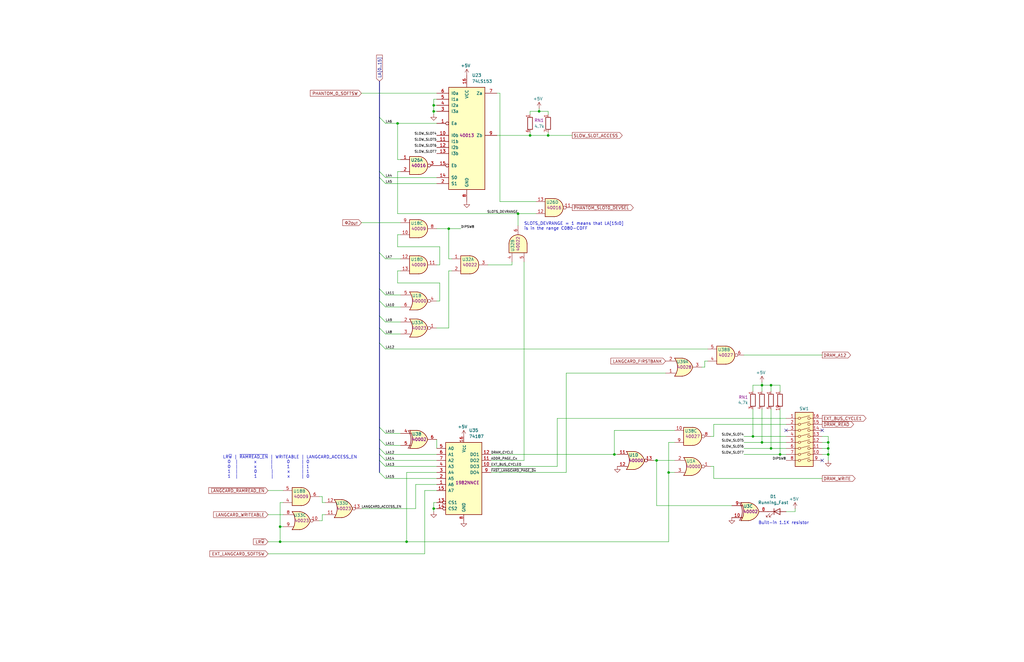
<source format=kicad_sch>
(kicad_sch (version 20231120) (generator "eeschema") (generator_version "8.0")
  (paper "USLedger")
  (title_block (title "Saturn Systems Accelerator II") (date "2025-03-04") (comment 2 "captured by Mark Aikens") (comment 3 "by Saturn Systems") (comment 4 "Accelerator card for Apple II/II+ computers"))
  (lib_symbols
    (symbol "74xx:74LS00" (pin_names (offset 1.016))
      (property "Reference" "U" (at 0 1.27 0))
      (property "Value" "74LS00" (at 0 -1.27 0))
      (symbol "74LS00_1_1"
        (pin input line (at -7.62 2.54 0) (length 3.81) (name "~") (number "1"))
        (pin input line (at -7.62 -2.54 0) (length 3.81) (name "~") (number "2"))
        (pin output inverted (at 7.62 0 180) (length 3.81) (name "~") (number "3"))
      )
      (symbol "74LS00_1_2"
        (pin input inverted (at -7.62 2.54 0) (length 4.318) (name "~") (number "1"))
        (pin input inverted (at -7.62 -2.54 0) (length 4.318) (name "~") (number "2"))
        (pin output line (at 7.62 0 180) (length 3.81) (name "~") (number "3"))
      )
      (symbol "74LS00_2_1"
        (pin input line (at -7.62 2.54 0) (length 3.81) (name "~") (number "4"))
        (pin input line (at -7.62 -2.54 0) (length 3.81) (name "~") (number "5"))
        (pin output inverted (at 7.62 0 180) (length 3.81) (name "~") (number "6"))
      )
      (symbol "74LS00_2_2"
        (pin input inverted (at -7.62 2.54 0) (length 4.318) (name "~") (number "4"))
        (pin input inverted (at -7.62 -2.54 0) (length 4.318) (name "~") (number "5"))
        (pin output line (at 7.62 0 180) (length 3.81) (name "~") (number "6"))
      )
      (symbol "74LS00_3_1"
        (pin input line (at -7.62 -2.54 0) (length 3.81) (name "~") (number "10"))
        (pin output inverted (at 7.62 0 180) (length 3.81) (name "~") (number "8"))
        (pin input line (at -7.62 2.54 0) (length 3.81) (name "~") (number "9"))
      )
      (symbol "74LS00_3_2"
        (pin input inverted (at -7.62 -2.54 0) (length 4.318) (name "~") (number "10"))
        (pin output line (at 7.62 0 180) (length 3.81) (name "~") (number "8"))
        (pin input inverted (at -7.62 2.54 0) (length 4.318) (name "~") (number "9"))
      )
      (symbol "74LS00_4_1"
        (pin output inverted (at 7.62 0 180) (length 3.81) (name "~") (number "11"))
        (pin input line (at -7.62 2.54 0) (length 3.81) (name "~") (number "12"))
        (pin input line (at -7.62 -2.54 0) (length 3.81) (name "~") (number "13"))
      )
      (symbol "74LS00_4_2"
        (pin output line (at 7.62 0 180) (length 3.81) (name "~") (number "11"))
        (pin input inverted (at -7.62 2.54 0) (length 4.318) (name "~") (number "12"))
        (pin input inverted (at -7.62 -2.54 0) (length 4.318) (name "~") (number "13"))
      )
      (symbol "74LS00_5_0"
        (pin power_in line (at 0 12.7 270) (length 5.08) (name "VCC") (number "14"))
        (pin power_in line (at 0 -12.7 90) (length 5.08) (name "GND") (number "7"))
      )
    )
    (symbol "74xx:74LS02" (pin_names (offset 1.016))
      (property "Reference" "U" (at 0 1.27 0))
      (property "Value" "74LS02" (at 0 -1.27 0))
      (symbol "74LS02_1_1"
        (pin output inverted (at 7.62 0 180) (length 3.81) (name "~") (number "1"))
        (pin input line (at -7.62 2.54 0) (length 4.318) (name "~") (number "2"))
        (pin input line (at -7.62 -2.54 0) (length 4.318) (name "~") (number "3"))
      )
      (symbol "74LS02_1_2"
        (pin output line (at 7.62 0 180) (length 3.81) (name "~") (number "1"))
        (pin input inverted (at -7.62 2.54 0) (length 3.81) (name "~") (number "2"))
        (pin input inverted (at -7.62 -2.54 0) (length 3.81) (name "~") (number "3"))
      )
      (symbol "74LS02_2_1"
        (pin output inverted (at 7.62 0 180) (length 3.81) (name "~") (number "4"))
        (pin input line (at -7.62 2.54 0) (length 4.318) (name "~") (number "5"))
        (pin input line (at -7.62 -2.54 0) (length 4.318) (name "~") (number "6"))
      )
      (symbol "74LS02_2_2"
        (pin output line (at 7.62 0 180) (length 3.81) (name "~") (number "4"))
        (pin input inverted (at -7.62 2.54 0) (length 3.81) (name "~") (number "5"))
        (pin input inverted (at -7.62 -2.54 0) (length 3.81) (name "~") (number "6"))
      )
      (symbol "74LS02_3_1"
        (pin output inverted (at 7.62 0 180) (length 3.81) (name "~") (number "10"))
        (pin input line (at -7.62 2.54 0) (length 4.318) (name "~") (number "8"))
        (pin input line (at -7.62 -2.54 0) (length 4.318) (name "~") (number "9"))
      )
      (symbol "74LS02_3_2"
        (pin output line (at 7.62 0 180) (length 3.81) (name "~") (number "10"))
        (pin input inverted (at -7.62 2.54 0) (length 3.81) (name "~") (number "8"))
        (pin input inverted (at -7.62 -2.54 0) (length 3.81) (name "~") (number "9"))
      )
      (symbol "74LS02_4_1"
        (pin input line (at -7.62 2.54 0) (length 4.318) (name "~") (number "11"))
        (pin input line (at -7.62 -2.54 0) (length 4.318) (name "~") (number "12"))
        (pin output inverted (at 7.62 0 180) (length 3.81) (name "~") (number "13"))
      )
      (symbol "74LS02_4_2"
        (pin input inverted (at -7.62 2.54 0) (length 3.81) (name "~") (number "11"))
        (pin input inverted (at -7.62 -2.54 0) (length 3.81) (name "~") (number "12"))
        (pin output line (at 7.62 0 180) (length 3.81) (name "~") (number "13"))
      )
      (symbol "74LS02_5_0"
        (pin power_in line (at 0 12.7 270) (length 5.08) (name "VCC") (number "14"))
        (pin power_in line (at 0 -12.7 90) (length 5.08) (name "GND") (number "7"))
      )
    )
    (symbol "74xx:74LS08" (pin_names (offset 1.016))
      (property "Reference" "U" (at 0 1.27 0))
      (property "Value" "74LS08" (at 0 -1.27 0))
      (symbol "74LS08_1_1"
        (pin input line (at -7.62 2.54 0) (length 3.81) (name "~") (number "1"))
        (pin input line (at -7.62 -2.54 0) (length 3.81) (name "~") (number "2"))
        (pin output line (at 7.62 0 180) (length 3.81) (name "~") (number "3"))
      )
      (symbol "74LS08_1_2"
        (pin input inverted (at -7.62 2.54 0) (length 4.318) (name "~") (number "1"))
        (pin input inverted (at -7.62 -2.54 0) (length 4.318) (name "~") (number "2"))
        (pin output inverted (at 7.62 0 180) (length 3.81) (name "~") (number "3"))
      )
      (symbol "74LS08_2_1"
        (pin input line (at -7.62 2.54 0) (length 3.81) (name "~") (number "4"))
        (pin input line (at -7.62 -2.54 0) (length 3.81) (name "~") (number "5"))
        (pin output line (at 7.62 0 180) (length 3.81) (name "~") (number "6"))
      )
      (symbol "74LS08_2_2"
        (pin input inverted (at -7.62 2.54 0) (length 4.318) (name "~") (number "4"))
        (pin input inverted (at -7.62 -2.54 0) (length 4.318) (name "~") (number "5"))
        (pin output inverted (at 7.62 0 180) (length 3.81) (name "~") (number "6"))
      )
      (symbol "74LS08_3_1"
        (pin input line (at -7.62 -2.54 0) (length 3.81) (name "~") (number "10"))
        (pin output line (at 7.62 0 180) (length 3.81) (name "~") (number "8"))
        (pin input line (at -7.62 2.54 0) (length 3.81) (name "~") (number "9"))
      )
      (symbol "74LS08_3_2"
        (pin input inverted (at -7.62 -2.54 0) (length 4.318) (name "~") (number "10"))
        (pin output inverted (at 7.62 0 180) (length 3.81) (name "~") (number "8"))
        (pin input inverted (at -7.62 2.54 0) (length 4.318) (name "~") (number "9"))
      )
      (symbol "74LS08_4_1"
        (pin output line (at 7.62 0 180) (length 3.81) (name "~") (number "11"))
        (pin input line (at -7.62 2.54 0) (length 3.81) (name "~") (number "12"))
        (pin input line (at -7.62 -2.54 0) (length 3.81) (name "~") (number "13"))
      )
      (symbol "74LS08_4_2"
        (pin output inverted (at 7.62 0 180) (length 3.81) (name "~") (number "11"))
        (pin input inverted (at -7.62 2.54 0) (length 4.318) (name "~") (number "12"))
        (pin input inverted (at -7.62 -2.54 0) (length 4.318) (name "~") (number "13"))
      )
      (symbol "74LS08_5_0"
        (pin power_in line (at 0 12.7 270) (length 5.08) (name "VCC") (number "14"))
        (pin power_in line (at 0 -12.7 90) (length 5.08) (name "GND") (number "7"))
      )
    )
    (symbol "74xx:74LS153" (pin_names (offset 1.016))
      (property "Reference" "U" (at -7.62 21.59 0))
      (property "Value" "74LS153" (at -7.62 -24.13 0))
      (symbol "74LS153_1_0"
        (pin input inverted (at -12.7 5.08 0) (length 5.08) (name "Ea") (number "1"))
        (pin input line (at -12.7 0 0) (length 5.08) (name "I0b") (number "10"))
        (pin input line (at -12.7 -2.54 0) (length 5.08) (name "I1b") (number "11"))
        (pin input line (at -12.7 -5.08 0) (length 5.08) (name "I2b") (number "12"))
        (pin input line (at -12.7 -7.62 0) (length 5.08) (name "I3b") (number "13"))
        (pin input line (at -12.7 -17.78 0) (length 5.08) (name "S0") (number "14"))
        (pin input inverted (at -12.7 -12.7 0) (length 5.08) (name "Eb") (number "15"))
        (pin power_in line (at 0 25.4 270) (length 5.08) (name "VCC") (number "16"))
        (pin input line (at -12.7 -20.32 0) (length 5.08) (name "S1") (number "2"))
        (pin input line (at -12.7 10.16 0) (length 5.08) (name "I3a") (number "3"))
        (pin input line (at -12.7 12.7 0) (length 5.08) (name "I2a") (number "4"))
        (pin input line (at -12.7 15.24 0) (length 5.08) (name "I1a") (number "5"))
        (pin input line (at -12.7 17.78 0) (length 5.08) (name "I0a") (number "6"))
        (pin output line (at 12.7 17.78 180) (length 5.08) (name "Za") (number "7"))
        (pin power_in line (at 0 -27.94 90) (length 5.08) (name "GND") (number "8"))
        (pin output line (at 12.7 0 180) (length 5.08) (name "Zb") (number "9"))
      )
    )
    (symbol "74xx:74LS32" (pin_names (offset 1.016))
      (property "Reference" "U" (at 0 1.27 0))
      (property "Value" "74LS32" (at 0 -1.27 0))
      (symbol "74LS32_1_1"
        (pin input line (at -7.62 2.54 0) (length 4.318) (name "~") (number "1"))
        (pin input line (at -7.62 -2.54 0) (length 4.318) (name "~") (number "2"))
        (pin output line (at 7.62 0 180) (length 3.81) (name "~") (number "3"))
      )
      (symbol "74LS32_1_2"
        (pin input inverted (at -7.62 2.54 0) (length 3.81) (name "~") (number "1"))
        (pin input inverted (at -7.62 -2.54 0) (length 3.81) (name "~") (number "2"))
        (pin output inverted (at 7.62 0 180) (length 3.81) (name "~") (number "3"))
      )
      (symbol "74LS32_2_1"
        (pin input line (at -7.62 2.54 0) (length 4.318) (name "~") (number "4"))
        (pin input line (at -7.62 -2.54 0) (length 4.318) (name "~") (number "5"))
        (pin output line (at 7.62 0 180) (length 3.81) (name "~") (number "6"))
      )
      (symbol "74LS32_2_2"
        (pin input inverted (at -7.62 2.54 0) (length 3.81) (name "~") (number "4"))
        (pin input inverted (at -7.62 -2.54 0) (length 3.81) (name "~") (number "5"))
        (pin output inverted (at 7.62 0 180) (length 3.81) (name "~") (number "6"))
      )
      (symbol "74LS32_3_1"
        (pin input line (at -7.62 -2.54 0) (length 4.318) (name "~") (number "10"))
        (pin output line (at 7.62 0 180) (length 3.81) (name "~") (number "8"))
        (pin input line (at -7.62 2.54 0) (length 4.318) (name "~") (number "9"))
      )
      (symbol "74LS32_3_2"
        (pin input inverted (at -7.62 -2.54 0) (length 3.81) (name "~") (number "10"))
        (pin output inverted (at 7.62 0 180) (length 3.81) (name "~") (number "8"))
        (pin input inverted (at -7.62 2.54 0) (length 3.81) (name "~") (number "9"))
      )
      (symbol "74LS32_4_1"
        (pin output line (at 7.62 0 180) (length 3.81) (name "~") (number "11"))
        (pin input line (at -7.62 2.54 0) (length 4.318) (name "~") (number "12"))
        (pin input line (at -7.62 -2.54 0) (length 4.318) (name "~") (number "13"))
      )
      (symbol "74LS32_4_2"
        (pin output inverted (at 7.62 0 180) (length 3.81) (name "~") (number "11"))
        (pin input inverted (at -7.62 2.54 0) (length 3.81) (name "~") (number "12"))
        (pin input inverted (at -7.62 -2.54 0) (length 3.81) (name "~") (number "13"))
      )
      (symbol "74LS32_5_0"
        (pin power_in line (at 0 12.7 270) (length 5.08) (name "VCC") (number "14"))
        (pin power_in line (at 0 -12.7 90) (length 5.08) (name "GND") (number "7"))
      )
    )
    (symbol "74xx:74LS86" (pin_names (offset 1.016))
      (property "Reference" "U" (at 0 1.27 0))
      (property "Value" "74LS86" (at 0 -1.27 0))
      (symbol "74LS86_1_0"
        (pin input line (at -7.62 2.54 0) (length 4.445) (name "~") (number "1"))
        (pin input line (at -7.62 -2.54 0) (length 4.445) (name "~") (number "2"))
        (pin output line (at 7.62 0 180) (length 3.81) (name "~") (number "3"))
      )
      (symbol "74LS86_2_0"
        (pin input line (at -7.62 2.54 0) (length 4.445) (name "~") (number "4"))
        (pin input line (at -7.62 -2.54 0) (length 4.445) (name "~") (number "5"))
        (pin output line (at 7.62 0 180) (length 3.81) (name "~") (number "6"))
      )
      (symbol "74LS86_3_0"
        (pin input line (at -7.62 -2.54 0) (length 4.445) (name "~") (number "10"))
        (pin output line (at 7.62 0 180) (length 3.81) (name "~") (number "8"))
        (pin input line (at -7.62 2.54 0) (length 4.445) (name "~") (number "9"))
      )
      (symbol "74LS86_4_0"
        (pin output line (at 7.62 0 180) (length 3.81) (name "~") (number "11"))
        (pin input line (at -7.62 2.54 0) (length 4.445) (name "~") (number "12"))
        (pin input line (at -7.62 -2.54 0) (length 4.445) (name "~") (number "13"))
      )
      (symbol "74LS86_5_0"
        (pin power_in line (at 0 12.7 270) (length 5.08) (name "VCC") (number "14"))
        (pin power_in line (at 0 -12.7 90) (length 5.08) (name "GND") (number "7"))
      )
    )
    (symbol "Device:LED" (pin_numbers hide) (pin_names (offset 1.016) hide)
      (property "Reference" "D" (at 0 2.54 0))
      (property "Value" "LED" (at 0 -2.54 0))
      (symbol "LED_1_1"
        (pin passive line (at -3.81 0 0) (length 2.54) (name "K") (number "1"))
        (pin passive line (at 3.81 0 180) (length 2.54) (name "A") (number "2"))
      )
    )
    (symbol "Device:R_Network09_Split" (pin_names (offset 0) hide)
      (property "Reference" "RN" (at 2.032 0 90))
      (property "Value" "R_Network09_Split" (at 0 0 90))
      (symbol "R_Network09_Split_0_1"
        (pin passive line (at 0 3.81 270) (length 1.27) (name "R1") (number "1"))
      )
      (symbol "R_Network09_Split_1_1"
        (pin passive line (at 0 -3.81 90) (length 1.27) (name "R1.2") (number "2"))
      )
      (symbol "R_Network09_Split_2_1"
        (pin passive line (at 0 -3.81 90) (length 1.27) (name "R2.2") (number "3"))
      )
      (symbol "R_Network09_Split_3_1"
        (pin passive line (at 0 -3.81 90) (length 1.27) (name "R3.2") (number "4"))
      )
      (symbol "R_Network09_Split_4_1"
        (pin passive line (at 0 -3.81 90) (length 1.27) (name "R4.2") (number "5"))
      )
      (symbol "R_Network09_Split_5_1"
        (pin passive line (at 0 -3.81 90) (length 1.27) (name "R5.2") (number "6"))
      )
      (symbol "R_Network09_Split_6_1"
        (pin passive line (at 0 -3.81 90) (length 1.27) (name "R6.2") (number "7"))
      )
      (symbol "R_Network09_Split_7_1"
        (pin passive line (at 0 -3.81 90) (length 1.27) (name "R7.2") (number "8"))
      )
      (symbol "R_Network09_Split_8_1"
        (pin passive line (at 0 -3.81 90) (length 1.27) (name "R8.2") (number "9"))
      )
      (symbol "R_Network09_Split_9_1"
        (pin passive line (at 0 -3.81 90) (length 1.27) (name "R9.2") (number "10"))
      )
    )
    (symbol "Logic_Legacy:74187" (pin_names (offset 1.016))
      (property "Reference" "U" (at 0 0 0))
      (property "Value" "74187" (at 0 0 0))
      (symbol "74187_1_1"
        (pin input line (at -11.43 -2.54 0) (length 3.81) (name "A6") (number "1"))
        (pin tri_state line (at 11.43 5.08 180) (length 3.81) (name "DO3") (number "10"))
        (pin tri_state line (at 11.43 7.62 180) (length 3.81) (name "DO2") (number "11"))
        (pin tri_state line (at 11.43 10.16 180) (length 3.81) (name "DO1") (number "12"))
        (pin input inverted (at -11.43 -10.16 0) (length 3.81) (name "CS1") (number "13"))
        (pin input inverted (at -11.43 -12.7 0) (length 3.81) (name "CS2") (number "14"))
        (pin input line (at -11.43 -5.08 0) (length 3.81) (name "A7") (number "15"))
        (pin power_in line (at 0 17.78 270) (length 2.54) (name "V_{CC}") (number "16"))
        (pin input line (at -11.43 0 0) (length 3.81) (name "A5") (number "2"))
        (pin input line (at -11.43 2.54 0) (length 3.81) (name "A4") (number "3"))
        (pin input line (at -11.43 5.08 0) (length 3.81) (name "A3") (number "4"))
        (pin input line (at -11.43 12.7 0) (length 3.81) (name "A0") (number "5"))
        (pin input line (at -11.43 10.16 0) (length 3.81) (name "A1") (number "6"))
        (pin input line (at -11.43 7.62 0) (length 3.81) (name "A2") (number "7"))
        (pin power_in line (at 0 -17.78 90) (length 2.54) (name "GND") (number "8"))
        (pin tri_state line (at 11.43 2.54 180) (length 3.81) (name "DO4") (number "9"))
      )
    )
    (symbol "Switch:SW_DIP_x08" (pin_names (offset 0) hide)
      (property "Reference" "SW" (at 0 13.97 0))
      (property "Value" "SW_DIP_x08" (at 0 -11.43 0))
      (symbol "SW_DIP_x08_1_1"
        (pin passive line (at -7.62 10.16 0) (length 5.08) (name "~") (number "1"))
        (pin passive line (at 7.62 -5.08 180) (length 5.08) (name "~") (number "10"))
        (pin passive line (at 7.62 -2.54 180) (length 5.08) (name "~") (number "11"))
        (pin passive line (at 7.62 0 180) (length 5.08) (name "~") (number "12"))
        (pin passive line (at 7.62 2.54 180) (length 5.08) (name "~") (number "13"))
        (pin passive line (at 7.62 5.08 180) (length 5.08) (name "~") (number "14"))
        (pin passive line (at 7.62 7.62 180) (length 5.08) (name "~") (number "15"))
        (pin passive line (at 7.62 10.16 180) (length 5.08) (name "~") (number "16"))
        (pin passive line (at -7.62 7.62 0) (length 5.08) (name "~") (number "2"))
        (pin passive line (at -7.62 5.08 0) (length 5.08) (name "~") (number "3"))
        (pin passive line (at -7.62 2.54 0) (length 5.08) (name "~") (number "4"))
        (pin passive line (at -7.62 0 0) (length 5.08) (name "~") (number "5"))
        (pin passive line (at -7.62 -2.54 0) (length 5.08) (name "~") (number "6"))
        (pin passive line (at -7.62 -5.08 0) (length 5.08) (name "~") (number "7"))
        (pin passive line (at -7.62 -7.62 0) (length 5.08) (name "~") (number "8"))
        (pin passive line (at 7.62 -7.62 180) (length 5.08) (name "~") (number "9"))
      )
    )
    (symbol "power:+5V" (power) (pin_numbers hide) (pin_names (offset 0) hide)
      (property "Value" "+5V" (at 0 3.556 0))
      (symbol "+5V_1_1"
        (pin power_in line (at 0 0 90) (length 0) (name "~") (number "1"))
      )
    )
    (symbol "power:GND" (power) (pin_numbers hide) (pin_names (offset 0) hide)
      (property "Value" "GND" (at 0 -3.81 0))
      (symbol "GND_1_1"
        (pin power_in line (at 0 0 270) (length 0) (name "~") (number "1"))
      )
    )
  )
  (junction (at 349.25 189.23))
  (junction (at 276.86 194.31))
  (junction (at 118.11 222.25))
  (junction (at 349.25 191.77))
  (junction (at 325.12 162.56))
  (junction (at 325.12 189.23))
  (junction (at 281.94 199.39))
  (junction (at 167.64 52.07))
  (junction (at 317.5 184.15))
  (junction (at 218.44 90.17))
  (junction (at 182.88 44.45))
  (junction (at 349.25 186.69))
  (junction (at 223.52 57.15))
  (junction (at 118.11 228.6))
  (junction (at 189.23 96.52))
  (junction (at 259.08 191.77))
  (junction (at 171.45 228.6))
  (junction (at 182.88 214.63))
  (junction (at 182.88 46.99))
  (junction (at 328.93 191.77))
  (junction (at 231.14 57.15))
  (junction (at 321.31 162.56))
  (junction (at 321.31 186.69))
  (junction (at 227.33 46.99))
  (no_connect (at 346.71 194.31))
  (no_connect (at 331.47 181.61))
  (no_connect (at 346.71 181.61))
  (bus_entry (at 162.56 129.54) (size -2.54 -2.54))
  (bus_entry (at 162.56 187.96) (size -2.54 -2.54))
  (bus_entry (at 162.56 191.77) (size -2.54 -2.54))
  (bus_entry (at 162.56 124.46) (size -2.54 -2.54))
  (bus_entry (at 162.56 196.85) (size -2.54 -2.54))
  (bus_entry (at 162.56 182.88) (size -2.54 -2.54))
  (bus_entry (at 162.56 77.47) (size -2.54 -2.54))
  (bus_entry (at 162.56 201.93) (size -2.54 -2.54))
  (bus_entry (at 162.56 109.22) (size -2.54 -2.54))
  (bus_entry (at 162.56 147.32) (size -2.54 -2.54))
  (bus_entry (at 162.56 194.31) (size -2.54 -2.54))
  (bus_entry (at 162.56 135.89) (size -2.54 -2.54))
  (bus_entry (at 162.56 140.97) (size -2.54 -2.54))
  (bus_entry (at 162.56 74.93) (size -2.54 -2.54))
  (bus_entry (at 162.56 52.07) (size -2.54 -2.54))
  (wire (pts (xy 118.11 228.6) (xy 171.45 228.6)))
  (wire (pts (xy 152.4 93.98) (xy 168.91 93.98)))
  (bus (pts (xy 160.02 74.93) (xy 160.02 106.68)))
  (wire (pts (xy 226.06 85.09) (xy 210.82 85.09)))
  (wire (pts (xy 231.14 57.15) (xy 231.14 55.88)))
  (wire (pts (xy 349.25 186.69) (xy 349.25 189.23)))
  (wire (pts (xy 182.88 46.99) (xy 184.15 46.99)))
  (wire (pts (xy 167.64 52.07) (xy 184.15 52.07)))
  (wire (pts (xy 300.99 179.07) (xy 331.47 179.07)))
  (wire (pts (xy 167.64 104.14) (xy 167.64 99.06)))
  (wire (pts (xy 167.64 67.31) (xy 168.91 67.31)))
  (wire (pts (xy 162.56 140.97) (xy 168.91 140.97)))
  (wire (pts (xy 281.94 199.39) (xy 284.48 199.39)))
  (wire (pts (xy 215.9 111.76) (xy 215.9 110.49)))
  (wire (pts (xy 113.03 217.17) (xy 119.38 217.17)))
  (wire (pts (xy 189.23 96.52) (xy 189.23 109.22)))
  (wire (pts (xy 189.23 138.43) (xy 184.15 138.43)))
  (wire (pts (xy 238.76 199.39) (xy 238.76 157.48)))
  (wire (pts (xy 118.11 212.09) (xy 118.11 222.25)))
  (wire (pts (xy 189.23 114.3) (xy 189.23 138.43)))
  (wire (pts (xy 182.88 44.45) (xy 182.88 46.99)))
  (wire (pts (xy 162.56 74.93) (xy 184.15 74.93)))
  (bus (pts (xy 160.02 106.68) (xy 160.02 121.92)))
  (wire (pts (xy 182.88 212.09) (xy 182.88 214.63)))
  (wire (pts (xy 175.26 204.47) (xy 184.15 204.47)))
  (wire (pts (xy 321.31 186.69) (xy 331.47 186.69)))
  (wire (pts (xy 162.56 124.46) (xy 168.91 124.46)))
  (wire (pts (xy 346.71 189.23) (xy 349.25 189.23)))
  (wire (pts (xy 335.28 215.9) (xy 331.47 215.9)))
  (wire (pts (xy 328.93 191.77) (xy 331.47 191.77)))
  (wire (pts (xy 179.07 207.01) (xy 184.15 207.01)))
  (wire (pts (xy 313.69 191.77) (xy 328.93 191.77)))
  (wire (pts (xy 313.69 186.69) (xy 321.31 186.69)))
  (wire (pts (xy 328.93 172.72) (xy 328.93 191.77)))
  (wire (pts (xy 234.95 196.85) (xy 234.95 176.53)))
  (wire (pts (xy 238.76 157.48) (xy 280.67 157.48)))
  (wire (pts (xy 194.31 96.52) (xy 189.23 96.52)))
  (wire (pts (xy 167.64 104.14) (xy 185.42 104.14)))
  (wire (pts (xy 276.86 194.31) (xy 284.48 194.31)))
  (wire (pts (xy 207.01 199.39) (xy 238.76 199.39)))
  (bus (pts (xy 160.02 72.39) (xy 160.02 74.93)))
  (wire (pts (xy 167.64 52.07) (xy 167.64 67.31)))
  (wire (pts (xy 234.95 176.53) (xy 331.47 176.53)))
  (wire (pts (xy 113.03 207.01) (xy 119.38 207.01)))
  (wire (pts (xy 207.01 196.85) (xy 234.95 196.85)))
  (wire (pts (xy 205.74 111.76) (xy 215.9 111.76)))
  (wire (pts (xy 346.71 191.77) (xy 349.25 191.77)))
  (wire (pts (xy 223.52 46.99) (xy 223.52 48.26)))
  (wire (pts (xy 167.64 72.39) (xy 167.64 90.17)))
  (wire (pts (xy 346.71 186.69) (xy 349.25 186.69)))
  (wire (pts (xy 167.64 119.38) (xy 185.42 119.38)))
  (wire (pts (xy 281.94 186.69) (xy 281.94 199.39)))
  (wire (pts (xy 184.15 214.63) (xy 182.88 214.63)))
  (wire (pts (xy 346.71 184.15) (xy 349.25 184.15)))
  (wire (pts (xy 300.99 196.85) (xy 300.99 201.93)))
  (wire (pts (xy 167.64 72.39) (xy 168.91 72.39)))
  (wire (pts (xy 227.33 46.99) (xy 223.52 46.99)))
  (wire (pts (xy 297.18 152.4) (xy 298.45 152.4)))
  (wire (pts (xy 321.31 162.56) (xy 325.12 162.56)))
  (wire (pts (xy 162.56 194.31) (xy 184.15 194.31)))
  (wire (pts (xy 184.15 96.52) (xy 189.23 96.52)))
  (wire (pts (xy 227.33 46.99) (xy 227.33 45.72)))
  (wire (pts (xy 317.5 162.56) (xy 317.5 165.1)))
  (wire (pts (xy 171.45 228.6) (xy 281.94 228.6)))
  (wire (pts (xy 162.56 77.47) (xy 184.15 77.47)))
  (wire (pts (xy 231.14 46.99) (xy 231.14 48.26)))
  (bus (pts (xy 160.02 194.31) (xy 160.02 199.39)))
  (wire (pts (xy 317.5 172.72) (xy 317.5 184.15)))
  (wire (pts (xy 346.71 149.86) (xy 313.69 149.86)))
  (bus (pts (xy 160.02 144.78) (xy 160.02 180.34)))
  (wire (pts (xy 162.56 52.07) (xy 167.64 52.07)))
  (wire (pts (xy 135.89 217.17) (xy 137.16 217.17)))
  (wire (pts (xy 300.99 184.15) (xy 300.99 179.07)))
  (wire (pts (xy 162.56 196.85) (xy 184.15 196.85)))
  (wire (pts (xy 162.56 129.54) (xy 168.91 129.54)))
  (wire (pts (xy 220.98 110.49) (xy 220.98 194.31)))
  (bus (pts (xy 160.02 127) (xy 160.02 133.35)))
  (wire (pts (xy 189.23 114.3) (xy 190.5 114.3)))
  (wire (pts (xy 118.11 228.6) (xy 118.11 222.25)))
  (wire (pts (xy 275.59 194.31) (xy 276.86 194.31)))
  (wire (pts (xy 325.12 162.56) (xy 328.93 162.56)))
  (bus (pts (xy 160.02 34.29) (xy 160.02 49.53)))
  (wire (pts (xy 227.33 46.99) (xy 231.14 46.99)))
  (wire (pts (xy 325.12 172.72) (xy 325.12 189.23)))
  (bus (pts (xy 160.02 138.43) (xy 160.02 144.78)))
  (bus (pts (xy 160.02 133.35) (xy 160.02 138.43)))
  (wire (pts (xy 210.82 39.37) (xy 209.55 39.37)))
  (wire (pts (xy 182.88 44.45) (xy 184.15 44.45)))
  (wire (pts (xy 349.25 191.77) (xy 349.25 194.31)))
  (wire (pts (xy 182.88 46.99) (xy 182.88 48.26)))
  (wire (pts (xy 184.15 41.91) (xy 182.88 41.91)))
  (wire (pts (xy 335.28 214.63) (xy 335.28 215.9)))
  (wire (pts (xy 182.88 214.63) (xy 182.88 215.9)))
  (wire (pts (xy 210.82 85.09) (xy 210.82 39.37)))
  (wire (pts (xy 276.86 194.31) (xy 276.86 213.36)))
  (bus (pts (xy 160.02 180.34) (xy 160.02 185.42)))
  (wire (pts (xy 185.42 104.14) (xy 185.42 111.76)))
  (wire (pts (xy 284.48 181.61) (xy 259.08 181.61)))
  (bus (pts (xy 160.02 191.77) (xy 160.02 194.31)))
  (wire (pts (xy 162.56 182.88) (xy 168.91 182.88)))
  (wire (pts (xy 328.93 162.56) (xy 328.93 165.1)))
  (wire (pts (xy 119.38 212.09) (xy 118.11 212.09)))
  (wire (pts (xy 171.45 199.39) (xy 184.15 199.39)))
  (wire (pts (xy 313.69 184.15) (xy 317.5 184.15)))
  (wire (pts (xy 184.15 127) (xy 185.42 127)))
  (wire (pts (xy 231.14 57.15) (xy 223.52 57.15)))
  (wire (pts (xy 167.64 99.06) (xy 168.91 99.06)))
  (wire (pts (xy 321.31 162.56) (xy 317.5 162.56)))
  (bus (pts (xy 160.02 185.42) (xy 160.02 189.23)))
  (wire (pts (xy 281.94 186.69) (xy 284.48 186.69)))
  (wire (pts (xy 349.25 184.15) (xy 349.25 186.69)))
  (wire (pts (xy 179.07 233.68) (xy 179.07 207.01)))
  (wire (pts (xy 299.72 196.85) (xy 300.99 196.85)))
  (wire (pts (xy 185.42 119.38) (xy 185.42 127)))
  (wire (pts (xy 182.88 41.91) (xy 182.88 44.45)))
  (wire (pts (xy 325.12 165.1) (xy 325.12 162.56)))
  (wire (pts (xy 135.89 219.71) (xy 134.62 219.71)))
  (wire (pts (xy 321.31 172.72) (xy 321.31 186.69)))
  (wire (pts (xy 162.56 109.22) (xy 168.91 109.22)))
  (wire (pts (xy 135.89 212.09) (xy 137.16 212.09)))
  (wire (pts (xy 300.99 201.93) (xy 346.71 201.93)))
  (wire (pts (xy 167.64 90.17) (xy 218.44 90.17)))
  (wire (pts (xy 184.15 212.09) (xy 182.88 212.09)))
  (wire (pts (xy 321.31 161.29) (xy 321.31 162.56)))
  (bus (pts (xy 160.02 121.92) (xy 160.02 127)))
  (wire (pts (xy 135.89 209.55) (xy 135.89 212.09)))
  (wire (pts (xy 118.11 222.25) (xy 119.38 222.25)))
  (wire (pts (xy 325.12 189.23) (xy 331.47 189.23)))
  (wire (pts (xy 135.89 217.17) (xy 135.89 219.71)))
  (wire (pts (xy 162.56 201.93) (xy 184.15 201.93)))
  (wire (pts (xy 185.42 111.76) (xy 184.15 111.76)))
  (wire (pts (xy 259.08 181.61) (xy 259.08 191.77)))
  (wire (pts (xy 175.26 214.63) (xy 175.26 204.47)))
  (wire (pts (xy 299.72 184.15) (xy 300.99 184.15)))
  (wire (pts (xy 297.18 154.94) (xy 295.91 154.94)))
  (bus (pts (xy 160.02 49.53) (xy 160.02 72.39)))
  (wire (pts (xy 321.31 162.56) (xy 321.31 165.1)))
  (wire (pts (xy 167.64 114.3) (xy 168.91 114.3)))
  (wire (pts (xy 259.08 191.77) (xy 260.35 191.77)))
  (wire (pts (xy 184.15 185.42) (xy 184.15 189.23)))
  (wire (pts (xy 134.62 209.55) (xy 135.89 209.55)))
  (wire (pts (xy 231.14 57.15) (xy 241.3 57.15)))
  (wire (pts (xy 281.94 199.39) (xy 281.94 228.6)))
  (wire (pts (xy 209.55 57.15) (xy 223.52 57.15)))
  (wire (pts (xy 207.01 191.77) (xy 259.08 191.77)))
  (wire (pts (xy 167.64 119.38) (xy 167.64 114.3)))
  (wire (pts (xy 189.23 109.22) (xy 190.5 109.22)))
  (wire (pts (xy 113.03 233.68) (xy 179.07 233.68)))
  (wire (pts (xy 207.01 194.31) (xy 220.98 194.31)))
  (wire (pts (xy 297.18 152.4) (xy 297.18 154.94)))
  (wire (pts (xy 152.4 214.63) (xy 175.26 214.63)))
  (wire (pts (xy 276.86 213.36) (xy 308.61 213.36)))
  (wire (pts (xy 223.52 57.15) (xy 223.52 55.88)))
  (bus (pts (xy 160.02 189.23) (xy 160.02 191.77)))
  (wire (pts (xy 152.4 39.37) (xy 184.15 39.37)))
  (wire (pts (xy 218.44 90.17) (xy 218.44 95.25)))
  (wire (pts (xy 317.5 184.15) (xy 331.47 184.15)))
  (wire (pts (xy 313.69 189.23) (xy 325.12 189.23)))
  (wire (pts (xy 113.03 228.6) (xy 118.11 228.6)))
  (wire (pts (xy 162.56 187.96) (xy 168.91 187.96)))
  (wire (pts (xy 171.45 228.6) (xy 171.45 199.39)))
  (wire (pts (xy 162.56 191.77) (xy 184.15 191.77)))
  (wire (pts (xy 162.56 147.32) (xy 298.45 147.32)))
  (wire (pts (xy 162.56 135.89) (xy 168.91 135.89)))
  (wire (pts (xy 349.25 189.23) (xy 349.25 191.77)))
  (wire (pts (xy 218.44 90.17) (xy 226.06 90.17)))
  (text "LR~{W} | ~{RAMREAD_EN} | WRITEABLE | LANGCARD_ACCESS_EN\n  0  |       x      |      0     | 0\n  0  |       x      |      1     | 1\n  1  |       0      |      x     | 1\n  1  |       1      |      x     | 0\n" (at 93.98 197.104 0) (effects (font (size 1.27 1.27)) (justify left)))
  (text "SLOTS_DEVRANGE = 1 means that LA[15:0]\nis in the range C080-C0FF" (at 220.98 95.504 0) (effects (font (size 1.27 1.27)) (justify left)))
  (text "Built-in 1.1K resistor" (at 330.454 220.726 0) (effects (font (size 1.27 1.27))))
  (label "ADDR_PAGE_Cx" (at 207.01 194.31 0) (effects (font (size 1 1))))
  (label "LA5" (at 162.56 77.47 0) (effects (font (size 1 1))))
  (label "SLOW_SLOT7" (at 184.15 64.77 180) (effects (font (size 1 1))))
  (label "LA11" (at 162.56 187.96 0) (effects (font (size 1 1))))
  (label "LA12" (at 162.56 191.77 0) (effects (font (size 1 1))))
  (label "LA12" (at 162.56 147.32 0) (effects (font (size 1 1))))
  (label "SLOW_SLOT7" (at 313.69 191.77 180) (effects (font (size 1 1))))
  (label "EXT_BUS_CYCLE0" (at 207.01 196.85 0) (effects (font (size 1 1))))
  (label "LA8" (at 162.56 140.97 0) (effects (font (size 1 1))))
  (label "LANGCARD_ACCESS_EN" (at 152.4 214.63 0) (effects (font (size 1 1))))
  (label "LA13" (at 162.56 196.85 0) (effects (font (size 1 1))))
  (label "SLOW_SLOT5" (at 313.69 186.69 180) (effects (font (size 1 1))))
  (label "DIPSW8" (at 331.47 194.31 180) (effects (font (size 1 1))))
  (label "LA6" (at 162.56 52.07 0) (effects (font (size 1 1))))
  (label "LA14" (at 162.56 194.31 0) (effects (font (size 1 1))))
  (label "LA10" (at 162.56 129.54 0) (effects (font (size 1 1))))
  (label "LA7" (at 162.56 109.22 0) (effects (font (size 1 1))))
  (label "SLOW_SLOT4" (at 313.69 184.15 180) (effects (font (size 1 1))))
  (label "SLOW_SLOT5" (at 184.15 59.69 180) (effects (font (size 1 1))))
  (label "DRAM_CYCLE" (at 207.01 191.77 0) (effects (font (size 1 1))))
  (label "SLOTS_DEVRANGE" (at 218.44 90.17 180) (effects (font (size 1 1))))
  (label "SLOW_SLOT6" (at 313.69 189.23 180) (effects (font (size 1 1))))
  (label "LA11" (at 162.56 124.46 0) (effects (font (size 1 1))))
  (label "~{FAST_LANGCARD_PAGE_Dx}" (at 207.01 199.39 0) (effects (font (size 1 1))))
  (label "SLOW_SLOT4" (at 184.15 57.15 180) (effects (font (size 1 1))))
  (label "DIPSW8" (at 194.31 96.52 0) (effects (font (size 1 1))))
  (label "LA4" (at 162.56 74.93 0) (effects (font (size 1 1))))
  (label "LA10" (at 162.56 182.88 0) (effects (font (size 1 1))))
  (label "LA9" (at 162.56 135.89 0) (effects (font (size 1 1))))
  (label "LA15" (at 162.56 201.93 0) (effects (font (size 1 1))))
  (label "SLOW_SLOT6" (at 184.15 62.23 180) (effects (font (size 1 1))))
  (global_label "~{LANGCARD_RAMREAD_EN}" (shape input) (at 113.03 207.01 180) (property "Intersheetrefs" "${INTERSHEET_REFS}" (effects (hide yes))))
  (global_label "Φ2_{OUT}" (shape input) (at 152.4 93.98 180) (property "Intersheetrefs" "${INTERSHEET_REFS}" (effects (hide yes))))
  (global_label "LANGCARD_FIRSTBANK" (shape input) (at 280.67 152.4 180) (property "Intersheetrefs" "${INTERSHEET_REFS}" (effects (hide yes))))
  (global_label "DRAM_A12" (shape output) (at 346.71 149.86 0) (property "Intersheetrefs" "${INTERSHEET_REFS}" (effects (hide yes))))
  (global_label "EXT_LANGCARD_SOFTSW" (shape input) (at 113.03 233.68 180) (property "Intersheetrefs" "${INTERSHEET_REFS}" (effects (hide yes))))
  (global_label "LA[0..15]" (shape input) (at 160.02 34.29 90) (property "Intersheetrefs" "${INTERSHEET_REFS}" (effects (hide yes))))
  (global_label "LR~{W}" (shape input) (at 113.03 228.6 180) (property "Intersheetrefs" "${INTERSHEET_REFS}" (effects (hide yes))))
  (global_label "SLOW_SLOT_ACCESS" (shape output) (at 241.3 57.15 0) (property "Intersheetrefs" "${INTERSHEET_REFS}" (effects (hide yes))))
  (global_label "~{PHANTOM_SLOT0_DEVSEL}" (shape output) (at 241.3 87.63 0) (property "Intersheetrefs" "${INTERSHEET_REFS}" (effects (hide yes))))
  (global_label "~{DRAM_READ}" (shape output) (at 346.71 179.07 0) (property "Intersheetrefs" "${INTERSHEET_REFS}" (effects (hide yes))))
  (global_label "PHANTOM_0_SOFTSW" (shape input) (at 152.4 39.37 180) (property "Intersheetrefs" "${INTERSHEET_REFS}" (effects (hide yes))))
  (global_label "DRAM_WRITE" (shape output) (at 346.71 201.93 0) (property "Intersheetrefs" "${INTERSHEET_REFS}" (effects (hide yes))))
  (global_label "EXT_BUS_CYCLE1" (shape output) (at 346.71 176.53 0) (property "Intersheetrefs" "${INTERSHEET_REFS}" (effects (hide yes))))
  (global_label "LANGCARD_WRITEABLE" (shape input) (at 113.03 217.17 180) (property "Intersheetrefs" "${INTERSHEET_REFS}" (effects (hide yes))))
  (symbol (lib_id "74xx:74LS153") (at 196.85 57.15 0) (unit 1)
    (property "Reference" "U23" (at 199.0441 31.75 0) (effects (justify left)))
    (property "Value" "74LS153" (at 199.0441 34.29 0) (effects (justify left)))
    (property "Datasheet" "http://www.ti.com/lit/gpn/sn74LS153" (effects (hide yes)))
    (property "Description" "Dual Multiplexer 4 to 1" (effects (hide yes)))
    (property "ID" "40013" (at 196.85 57.15 0))
  )
  (symbol (lib_id "74xx:74LS08") (at 176.53 96.52 0) (unit 3)
    (property "Reference" "U18" (at 175.768 94.234 0))
    (property "Value" "74LS08" (effects (hide yes)))
    (property "Datasheet" "http://www.ti.com/lit/gpn/sn74LS08" (effects (hide yes)))
    (property "Description" "Quad And2" (effects (hide yes)))
    (property "Label" "40009" (at 176.53 96.52 0))
  )
  (symbol (lib_id "74xx:74LS86") (at 316.23 215.9 0) (unit 3)
    (property "Reference" "U3" (at 315.468 213.614 0))
    (property "Value" "74LS86" (effects (hide yes)))
    (property "Datasheet" "74xx/74ls86.pdf" (effects (hide yes)))
    (property "Description" "Quad 2-input XOR" (effects (hide yes)))
    (property "Label" "40002" (at 316.484 215.9 0))
  )
  (symbol (lib_id "power:+5V") (at 335.28 214.63 0) (unit 1)
    (property "Reference" "#PWR0111" (effects (hide yes)))
    (property "Value" "+5V" (at 334.772 210.566 0))
    (property "Description" "Power symbol creates a global label with name \"+5V\"" (effects (hide yes)))
  )
  (symbol (lib_id "74xx:74LS00") (at 292.1 184.15 0) (mirror x) (unit 3)
    (property "Reference" "U38" (at 291.338 181.864 0))
    (property "Value" "74LS00" (effects (hide yes)))
    (property "Datasheet" "http://www.ti.com/lit/gpn/sn74ls00" (effects (hide yes)))
    (property "Description" "quad 2-input NAND gate" (effects (hide yes)))
    (property "Label" "40027" (at 292.1 184.15 0))
  )
  (symbol (lib_id "74xx:74LS02") (at 176.53 138.43 0) (unit 1)
    (property "Reference" "U33" (at 176.022 136.144 0))
    (property "Value" "74LS02" (effects (hide yes)))
    (property "Datasheet" "http://www.ti.com/lit/gpn/sn74ls02" (effects (hide yes)))
    (property "Description" "quad 2-input NOR gate" (effects (hide yes)))
    (property "Label" "40023" (at 176.784 138.43 0))
  )
  (symbol (lib_id "Device:R_Network09_Split") (at 321.31 168.91 0) (unit 3)
    (property "Reference" "RN1" (effects (hide yes)))
    (property "Value" "4.7k" (effects (hide yes)))
    (property "Footprint" "Resistor_THT:R_Array_SIP10" (effects (hide yes)))
    (property "Datasheet" "http://www.vishay.com/docs/31509/csc.pdf" (effects (hide yes)))
    (property "Description" "9 resistor network, star topology, bussed resistors, split" (effects (hide yes)))
    (property "BaseReference" "RN1" (effects (hide yes)))
  )
  (symbol (lib_id "74xx:74LS02") (at 127 219.71 0) (unit 3)
    (property "Reference" "U33" (at 126.492 217.424 0))
    (property "Value" "74LS02" (effects (hide yes)))
    (property "Datasheet" "http://www.ti.com/lit/gpn/sn74ls02" (effects (hide yes)))
    (property "Description" "quad 2-input NOR gate" (effects (hide yes)))
    (property "Label" "40023" (at 127.254 219.71 0))
  )
  (symbol (lib_id "74xx:74LS02") (at 176.53 127 0) (unit 2)
    (property "Reference" "U1" (at 175.768 124.714 0))
    (property "Value" "74LS02" (effects (hide yes)))
    (property "Datasheet" "http://www.ti.com/lit/gpn/sn74ls02" (effects (hide yes)))
    (property "Description" "quad 2-input NOR gate" (effects (hide yes)))
    (property "Label" "40000" (at 176.784 127 0))
  )
  (symbol (lib_id "power:GND") (at 349.25 194.31 0) (unit 1)
    (property "Reference" "#PWR0112" (effects (hide yes)))
    (property "Value" "GND" (effects (hide yes)))
    (property "Description" "Power symbol creates a global label with name \"GND\" , ground" (effects (hide yes)))
  )
  (symbol (lib_id "74xx:74LS02") (at 292.1 196.85 0) (unit 1)
    (property "Reference" "U1" (at 291.338 194.564 0))
    (property "Value" "74LS02" (effects (hide yes)))
    (property "Datasheet" "http://www.ti.com/lit/gpn/sn74ls02" (effects (hide yes)))
    (property "Description" "quad 2-input NOR gate" (effects (hide yes)))
    (property "Label" "40000" (at 292.354 196.85 0))
  )
  (symbol (lib_id "74xx:74LS02") (at 144.78 214.63 0) (mirror x) (unit 4)
    (property "Reference" "U33" (at 144.272 212.344 0))
    (property "Value" "74LS02" (effects (hide yes)))
    (property "Datasheet" "http://www.ti.com/lit/gpn/sn74ls02" (effects (hide yes)))
    (property "Description" "quad 2-input NOR gate" (effects (hide yes)))
    (property "Label" "40023" (at 145.034 214.63 0))
  )
  (symbol (lib_id "power:GND") (at 196.85 85.09 0) (unit 1)
    (property "Reference" "#PWR044" (effects (hide yes)))
    (property "Value" "GND" (effects (hide yes)))
    (property "Description" "Power symbol creates a global label with name \"GND\" , ground" (effects (hide yes)))
  )
  (symbol (lib_id "power:GND") (at 260.35 196.85 0) (unit 1)
    (property "Reference" "#PWR057" (effects (hide yes)))
    (property "Value" "GND" (effects (hide yes)))
    (property "Description" "Power symbol creates a global label with name \"GND\" , ground" (effects (hide yes)))
  )
  (symbol (lib_id "74xx:74LS02") (at 267.97 194.31 0) (unit 4)
    (property "Reference" "U1" (at 267.208 192.024 0))
    (property "Value" "74LS02" (effects (hide yes)))
    (property "Datasheet" "http://www.ti.com/lit/gpn/sn74ls02" (effects (hide yes)))
    (property "Description" "quad 2-input NOR gate" (effects (hide yes)))
    (property "Label" "40000" (at 268.224 194.31 0))
  )
  (symbol (lib_id "Device:R_Network09_Split") (at 231.14 52.07 0) (unit 6)
    (property "Reference" "RN1" (effects (hide yes)))
    (property "Value" "4.7k" (effects (hide yes)))
    (property "Footprint" "Resistor_THT:R_Array_SIP10" (effects (hide yes)))
    (property "Datasheet" "http://www.vishay.com/docs/31509/csc.pdf" (effects (hide yes)))
    (property "Description" "9 resistor network, star topology, bussed resistors, split" (effects (hide yes)))
    (property "BaseReference" "RN1" (effects (hide yes)))
  )
  (symbol (lib_id "74xx:74LS00") (at 176.53 69.85 0) (unit 1)
    (property "Reference" "U26" (at 175.768 67.564 0))
    (property "Value" "74LS00" (effects (hide yes)))
    (property "Datasheet" "http://www.ti.com/lit/gpn/sn74ls00" (effects (hide yes)))
    (property "Description" "quad 2-input NAND gate" (effects (hide yes)))
    (property "Label" "40016" (at 176.53 69.85 0))
  )
  (symbol (lib_id "Device:R_Network09_Split") (at 223.52 52.07 0) (unit 5)
    (property "Reference" "RN1" (effects (hide yes)))
    (property "Value" "4.7k" (at 225.298 53.34 0) (effects (justify left)))
    (property "Footprint" "Resistor_THT:R_Array_SIP10" (effects (hide yes)))
    (property "Datasheet" "http://www.vishay.com/docs/31509/csc.pdf" (effects (hide yes)))
    (property "Description" "9 resistor network, star topology, bussed resistors, split" (effects (hide yes)))
    (property "BaseReference" "RN1" (at 225.298 50.8 0) (effects (justify left)))
  )
  (symbol (lib_id "Device:R_Network09_Split") (at 328.93 168.91 0) (unit 9)
    (property "Reference" "RN1" (effects (hide yes)))
    (property "Value" "4.7k" (effects (hide yes)))
    (property "Footprint" "Resistor_THT:R_Array_SIP10" (effects (hide yes)))
    (property "Datasheet" "http://www.vishay.com/docs/31509/csc.pdf" (effects (hide yes)))
    (property "Description" "9 resistor network, star topology, bussed resistors, split" (effects (hide yes)))
    (property "BaseReference" "RN1" (effects (hide yes)))
  )
  (symbol (lib_id "power:GND") (at 182.88 48.26 0) (unit 1)
    (property "Reference" "#PWR030" (effects (hide yes)))
    (property "Value" "GND" (effects (hide yes)))
    (property "Description" "Power symbol creates a global label with name \"GND\" , ground" (effects (hide yes)))
  )
  (symbol (lib_id "power:GND") (at 182.88 215.9 0) (unit 1)
    (property "Reference" "#PWR031" (effects (hide yes)))
    (property "Value" "GND" (effects (hide yes)))
    (property "Description" "Power symbol creates a global label with name \"GND\" , ground" (effects (hide yes)))
  )
  (symbol (lib_id "74xx:74LS08") (at 218.44 102.87 90) (unit 2)
    (property "Reference" "U32" (at 216.154 103.632 0))
    (property "Value" "74LS08" (effects (hide yes)))
    (property "Datasheet" "http://www.ti.com/lit/gpn/sn74LS08" (effects (hide yes)))
    (property "Description" "Quad And2" (effects (hide yes)))
    (property "Label" "40022" (at 218.44 102.87 0))
  )
  (symbol (lib_id "74xx:74LS86") (at 176.53 185.42 0) (unit 2)
    (property "Reference" "U3" (at 175.768 183.134 0))
    (property "Value" "74LS86" (effects (hide yes)))
    (property "Datasheet" "74xx/74ls86.pdf" (effects (hide yes)))
    (property "Description" "Quad 2-input XOR" (effects (hide yes)))
    (property "Label" "40002" (at 176.784 185.42 0))
  )
  (symbol (lib_id "Switch:SW_DIP_x08") (at 339.09 186.69 0) (unit 1)
    (property "Reference" "SW1" (at 339.09 172.466 0))
    (property "Value" "SW_DIP_x08" (effects (hide yes)))
    (property "Description" "8x DIP Switch, Single Pole Single Throw (SPST) switch, small symbol" (effects (hide yes)))
  )
  (symbol (lib_id "Device:R_Network09_Split") (at 317.5 168.91 0) (unit 2)
    (property "Reference" "RN1" (effects (hide yes)))
    (property "Value" "4.7k" (at 315.468 169.926 0) (effects (justify right)))
    (property "Footprint" "Resistor_THT:R_Array_SIP10" (effects (hide yes)))
    (property "Datasheet" "http://www.vishay.com/docs/31509/csc.pdf" (effects (hide yes)))
    (property "Description" "9 resistor network, star topology, bussed resistors, split" (effects (hide yes)))
    (property "BaseReference" "RN1" (at 315.468 167.64 0) (effects (justify right)))
  )
  (symbol (lib_id "Logic_Legacy:74187") (at 195.58 201.93 0) (unit 1)
    (property "Reference" "U35" (at 197.7741 181.61 0) (effects (justify left)))
    (property "Value" "74187" (at 197.7741 184.15 0) (effects (justify left)))
    (property "Footprint" "Package_DIP:DIP-16_W7.62mm" (effects (hide yes)))
    (property "Description" "Custom-programmed ROM 256x4 bit" (effects (hide yes)))
    (property "Label" "1982NNCE" (at 197.104 203.708 0))
  )
  (symbol (lib_id "power:+5V") (at 195.58 184.15 0) (unit 1)
    (property "Reference" "#PWR037" (effects (hide yes)))
    (property "Value" "+5V" (at 195.072 180.086 0))
    (property "Description" "Power symbol creates a global label with name \"+5V\"" (effects (hide yes)))
  )
  (symbol (lib_id "power:+5V") (at 321.31 161.29 0) (unit 1)
    (property "Reference" "#PWR079" (effects (hide yes)))
    (property "Value" "+5V" (at 320.802 157.226 0))
    (property "Description" "Power symbol creates a global label with name \"+5V\"" (effects (hide yes)))
  )
  (symbol (lib_id "Device:LED") (at 327.66 215.9 0) (unit 1)
    (property "Reference" "D1" (at 326.0725 209.55 0))
    (property "Value" "Running_Fast" (at 326.0725 212.09 0))
    (property "Description" "Light emitting diode" (effects (hide yes)))
  )
  (symbol (lib_id "74xx:74LS32") (at 288.29 154.94 0) (mirror x) (unit 1)
    (property "Reference" "U39" (at 287.782 152.654 0))
    (property "Value" "74LS32" (effects (hide yes)))
    (property "Datasheet" "http://www.ti.com/lit/gpn/sn74LS32" (effects (hide yes)))
    (property "Description" "Quad 2-input OR" (effects (hide yes)))
    (property "Label" "40028" (at 288.544 154.94 0))
  )
  (symbol (lib_id "74xx:74LS00") (at 306.07 149.86 0) (mirror x) (unit 2)
    (property "Reference" "U38" (at 305.308 147.574 0))
    (property "Value" "74LS00" (effects (hide yes)))
    (property "Datasheet" "http://www.ti.com/lit/gpn/sn74ls00" (effects (hide yes)))
    (property "Description" "quad 2-input NAND gate" (effects (hide yes)))
    (property "Label" "40027" (at 306.07 149.86 0))
  )
  (symbol (lib_id "74xx:74LS00") (at 233.68 87.63 0) (mirror x) (unit 4)
    (property "Reference" "U26" (at 232.918 85.344 0))
    (property "Value" "74LS00" (effects (hide yes)))
    (property "Datasheet" "http://www.ti.com/lit/gpn/sn74ls00" (effects (hide yes)))
    (property "Description" "quad 2-input NAND gate" (effects (hide yes)))
    (property "Label" "40016" (at 233.68 87.63 0))
  )
  (symbol (lib_id "power:+5V") (at 227.33 45.72 0) (unit 1)
    (property "Reference" "#PWR049" (effects (hide yes)))
    (property "Value" "+5V" (at 226.822 41.656 0))
    (property "Description" "Power symbol creates a global label with name \"+5V\"" (effects (hide yes)))
  )
  (symbol (lib_id "74xx:74LS08") (at 198.12 111.76 0) (unit 1)
    (property "Reference" "U32" (at 197.358 109.474 0))
    (property "Value" "74LS08" (effects (hide yes)))
    (property "Datasheet" "http://www.ti.com/lit/gpn/sn74LS08" (effects (hide yes)))
    (property "Description" "Quad And2" (effects (hide yes)))
    (property "Label" "40022" (at 198.12 111.76 0))
  )
  (symbol (lib_id "power:GND") (at 195.58 219.71 0) (unit 1)
    (property "Reference" "#PWR038" (effects (hide yes)))
    (property "Value" "GND" (effects (hide yes)))
    (property "Description" "Power symbol creates a global label with name \"GND\" , ground" (effects (hide yes)))
  )
  (symbol (lib_id "power:GND") (at 308.61 218.44 0) (unit 1)
    (property "Reference" "#PWR075" (effects (hide yes)))
    (property "Value" "GND" (effects (hide yes)))
    (property "Description" "Power symbol creates a global label with name \"GND\" , ground" (effects (hide yes)))
  )
  (symbol (lib_id "74xx:74LS08") (at 127 209.55 0) (mirror x) (unit 2)
    (property "Reference" "U18" (at 126.238 207.264 0))
    (property "Value" "74LS08" (effects (hide yes)))
    (property "Datasheet" "http://www.ti.com/lit/gpn/sn74LS08" (effects (hide yes)))
    (property "Description" "Quad And2" (effects (hide yes)))
    (property "Label" "40009" (at 127 209.55 0))
  )
  (symbol (lib_id "Device:R_Network09_Split") (at 325.12 168.91 0) (unit 4)
    (property "Reference" "RN1" (effects (hide yes)))
    (property "Value" "4.7k" (effects (hide yes)))
    (property "Footprint" "Resistor_THT:R_Array_SIP10" (effects (hide yes)))
    (property "Datasheet" "http://www.vishay.com/docs/31509/csc.pdf" (effects (hide yes)))
    (property "Description" "9 resistor network, star topology, bussed resistors, split" (effects (hide yes)))
    (property "BaseReference" "RN1" (effects (hide yes)))
  )
  (symbol (lib_id "74xx:74LS08") (at 176.53 111.76 0) (unit 4)
    (property "Reference" "U18" (at 175.768 109.474 0))
    (property "Value" "74LS08" (effects (hide yes)))
    (property "Datasheet" "http://www.ti.com/lit/gpn/sn74LS08" (effects (hide yes)))
    (property "Description" "Quad And2" (effects (hide yes)))
    (property "Label" "40009" (at 176.53 111.76 0))
  )
  (symbol (lib_id "power:+5V") (at 196.85 31.75 0) (unit 1)
    (property "Reference" "#PWR039" (effects (hide yes)))
    (property "Value" "+5V" (at 196.342 27.686 0))
    (property "Description" "Power symbol creates a global label with name \"+5V\"" (effects (hide yes)))
  )
)
</source>
